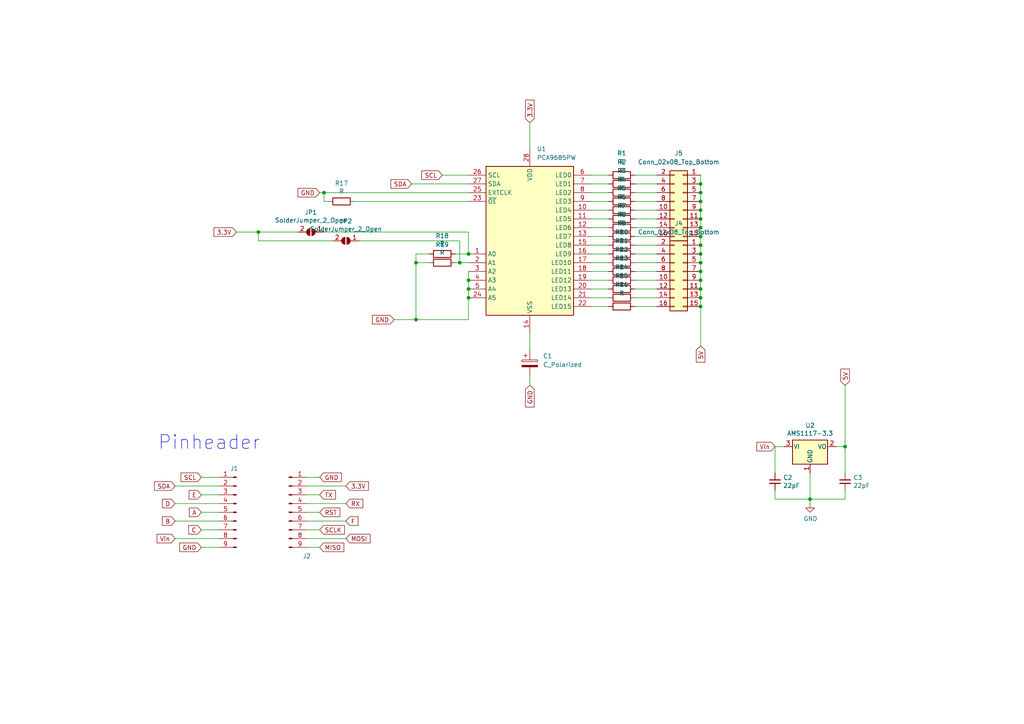
<source format=kicad_sch>
(kicad_sch (version 20211123) (generator eeschema)
  (paper "A4")
  (lib_symbols
    (symbol "Connector:Conn_01x09_Male" (pin_names (offset 1.016) hide)
      (property "Reference" "J" (at 0 12.7 0))
      (property "Value" "Conn_01x09_Male" (at 0 -12.7 0))
      (symbol "Conn_01x09_Male_1_1"
        (polyline (pts (xy 1.27 -10.16) (xy 0.8636 -10.16)) (stroke (width 0.1524)))
        (polyline (pts (xy 1.27 -7.62) (xy 0.8636 -7.62)) (stroke (width 0.1524)))
        (polyline (pts (xy 1.27 -5.08) (xy 0.8636 -5.08)) (stroke (width 0.1524)))
        (polyline (pts (xy 1.27 -2.54) (xy 0.8636 -2.54)) (stroke (width 0.1524)))
        (polyline (pts (xy 1.27 0) (xy 0.8636 0)) (stroke (width 0.1524)))
        (polyline (pts (xy 1.27 2.54) (xy 0.8636 2.54)) (stroke (width 0.1524)))
        (polyline (pts (xy 1.27 5.08) (xy 0.8636 5.08)) (stroke (width 0.1524)))
        (polyline (pts (xy 1.27 7.62) (xy 0.8636 7.62)) (stroke (width 0.1524)))
        (polyline (pts (xy 1.27 10.16) (xy 0.8636 10.16)) (stroke (width 0.1524)))
        (rectangle (start 0.8636 -10.033) (end 0 -10.287) (stroke (width 0.1524)) (fill (type outline)))
        (rectangle (start 0.8636 -7.493) (end 0 -7.747) (stroke (width 0.1524)) (fill (type outline)))
        (rectangle (start 0.8636 -4.953) (end 0 -5.207) (stroke (width 0.1524)) (fill (type outline)))
        (rectangle (start 0.8636 -2.413) (end 0 -2.667) (stroke (width 0.1524)) (fill (type outline)))
        (rectangle (start 0.8636 0.127) (end 0 -0.127) (stroke (width 0.1524)) (fill (type outline)))
        (rectangle (start 0.8636 2.667) (end 0 2.413) (stroke (width 0.1524)) (fill (type outline)))
        (rectangle (start 0.8636 5.207) (end 0 4.953) (stroke (width 0.1524)) (fill (type outline)))
        (rectangle (start 0.8636 7.747) (end 0 7.493) (stroke (width 0.1524)) (fill (type outline)))
        (rectangle (start 0.8636 10.287) (end 0 10.033) (stroke (width 0.1524)) (fill (type outline)))
        (pin passive line (at 5.08 10.16 180) (length 3.81) (name "Pin_1") (number "1"))
        (pin passive line (at 5.08 7.62 180) (length 3.81) (name "Pin_2") (number "2"))
        (pin passive line (at 5.08 5.08 180) (length 3.81) (name "Pin_3") (number "3"))
        (pin passive line (at 5.08 2.54 180) (length 3.81) (name "Pin_4") (number "4"))
        (pin passive line (at 5.08 0 180) (length 3.81) (name "Pin_5") (number "5"))
        (pin passive line (at 5.08 -2.54 180) (length 3.81) (name "Pin_6") (number "6"))
        (pin passive line (at 5.08 -5.08 180) (length 3.81) (name "Pin_7") (number "7"))
        (pin passive line (at 5.08 -7.62 180) (length 3.81) (name "Pin_8") (number "8"))
        (pin passive line (at 5.08 -10.16 180) (length 3.81) (name "Pin_9") (number "9"))
      )
    )
    (symbol "Connector_Generic:Conn_02x08_Odd_Even" (pin_names (offset 1.016) hide)
      (property "Reference" "J" (at 1.27 10.16 0))
      (property "Value" "Conn_02x08_Odd_Even" (at 1.27 -12.7 0))
      (symbol "Conn_02x08_Odd_Even_1_1"
        (rectangle (start -1.27 -10.033) (end 0 -10.287) (stroke (width 0.1524)))
        (rectangle (start -1.27 -7.493) (end 0 -7.747) (stroke (width 0.1524)))
        (rectangle (start -1.27 -4.953) (end 0 -5.207) (stroke (width 0.1524)))
        (rectangle (start -1.27 -2.413) (end 0 -2.667) (stroke (width 0.1524)))
        (rectangle (start -1.27 0.127) (end 0 -0.127) (stroke (width 0.1524)))
        (rectangle (start -1.27 2.667) (end 0 2.413) (stroke (width 0.1524)))
        (rectangle (start -1.27 5.207) (end 0 4.953) (stroke (width 0.1524)))
        (rectangle (start -1.27 7.747) (end 0 7.493) (stroke (width 0.1524)))
        (rectangle (start -1.27 8.89) (end 3.81 -11.43) (stroke (width 0.254)) (fill (type background)))
        (rectangle (start 3.81 -10.033) (end 2.54 -10.287) (stroke (width 0.1524)))
        (rectangle (start 3.81 -7.493) (end 2.54 -7.747) (stroke (width 0.1524)))
        (rectangle (start 3.81 -4.953) (end 2.54 -5.207) (stroke (width 0.1524)))
        (rectangle (start 3.81 -2.413) (end 2.54 -2.667) (stroke (width 0.1524)))
        (rectangle (start 3.81 0.127) (end 2.54 -0.127) (stroke (width 0.1524)))
        (rectangle (start 3.81 2.667) (end 2.54 2.413) (stroke (width 0.1524)))
        (rectangle (start 3.81 5.207) (end 2.54 4.953) (stroke (width 0.1524)))
        (rectangle (start 3.81 7.747) (end 2.54 7.493) (stroke (width 0.1524)))
        (pin passive line (at -5.08 7.62 0) (length 3.81) (name "Pin_1") (number "1"))
        (pin passive line (at 7.62 -2.54 180) (length 3.81) (name "Pin_10") (number "10"))
        (pin passive line (at -5.08 -5.08 0) (length 3.81) (name "Pin_11") (number "11"))
        (pin passive line (at 7.62 -5.08 180) (length 3.81) (name "Pin_12") (number "12"))
        (pin passive line (at -5.08 -7.62 0) (length 3.81) (name "Pin_13") (number "13"))
        (pin passive line (at 7.62 -7.62 180) (length 3.81) (name "Pin_14") (number "14"))
        (pin passive line (at -5.08 -10.16 0) (length 3.81) (name "Pin_15") (number "15"))
        (pin passive line (at 7.62 -10.16 180) (length 3.81) (name "Pin_16") (number "16"))
        (pin passive line (at 7.62 7.62 180) (length 3.81) (name "Pin_2") (number "2"))
        (pin passive line (at -5.08 5.08 0) (length 3.81) (name "Pin_3") (number "3"))
        (pin passive line (at 7.62 5.08 180) (length 3.81) (name "Pin_4") (number "4"))
        (pin passive line (at -5.08 2.54 0) (length 3.81) (name "Pin_5") (number "5"))
        (pin passive line (at 7.62 2.54 180) (length 3.81) (name "Pin_6") (number "6"))
        (pin passive line (at -5.08 0 0) (length 3.81) (name "Pin_7") (number "7"))
        (pin passive line (at 7.62 0 180) (length 3.81) (name "Pin_8") (number "8"))
        (pin passive line (at -5.08 -2.54 0) (length 3.81) (name "Pin_9") (number "9"))
      )
    )
    (symbol "Device:C_Polarized" (pin_numbers hide) (pin_names (offset 0.254))
      (property "Reference" "C" (at 0.635 2.54 0))
      (property "Value" "C_Polarized" (at 0.635 -2.54 0))
      (symbol "C_Polarized_0_1"
        (rectangle (start -2.286 0.508) (end 2.286 1.016))
        (polyline (pts (xy -1.778 2.286) (xy -0.762 2.286)))
        (polyline (pts (xy -1.27 2.794) (xy -1.27 1.778)))
        (rectangle (start 2.286 -0.508) (end -2.286 -1.016) (fill (type outline)))
      )
      (symbol "C_Polarized_1_1"
        (pin passive line (at 0 3.81 270) (length 2.794) (name "~") (number "1"))
        (pin passive line (at 0 -3.81 90) (length 2.794) (name "~") (number "2"))
      )
    )
    (symbol "Device:C_Small" (pin_numbers hide) (pin_names (offset 0.254) hide)
      (property "Reference" "C" (at 0.254 1.778 0))
      (property "Value" "C_Small" (at 0.254 -2.032 0))
      (symbol "C_Small_0_1"
        (polyline (pts (xy -1.524 -0.508) (xy 1.524 -0.508)) (stroke (width 0.3302)))
        (polyline (pts (xy -1.524 0.508) (xy 1.524 0.508)) (stroke (width 0.3048)))
      )
      (symbol "C_Small_1_1"
        (pin passive line (at 0 2.54 270) (length 2.032) (name "~") (number "1"))
        (pin passive line (at 0 -2.54 90) (length 2.032) (name "~") (number "2"))
      )
    )
    (symbol "Device:R" (pin_numbers hide) (pin_names (offset 0))
      (property "Reference" "R" (at 2.032 0 90))
      (property "Value" "R" (at 0 0 90))
      (symbol "R_0_1"
        (rectangle (start -1.016 -2.54) (end 1.016 2.54) (stroke (width 0.254)))
      )
      (symbol "R_1_1"
        (pin passive line (at 0 3.81 270) (length 1.27) (name "~") (number "1"))
        (pin passive line (at 0 -3.81 90) (length 1.27) (name "~") (number "2"))
      )
    )
    (symbol "Driver_LED:PCA9685PW"
      (property "Reference" "U" (at -12.7 22.225 0))
      (property "Value" "PCA9685PW" (at 1.27 22.225 0))
      (symbol "PCA9685PW_0_1"
        (rectangle (start -12.7 20.32) (end 12.7 -22.86) (stroke (width 0.254)) (fill (type background)))
      )
      (symbol "PCA9685PW_1_1"
        (pin input line (at -17.78 -5.08 0) (length 5.08) (name "A0") (number "1"))
        (pin output line (at 17.78 7.62 180) (length 5.08) (name "LED4") (number "10"))
        (pin output line (at 17.78 5.08 180) (length 5.08) (name "LED5") (number "11"))
        (pin output line (at 17.78 2.54 180) (length 5.08) (name "LED6") (number "12"))
        (pin output line (at 17.78 0 180) (length 5.08) (name "LED7") (number "13"))
        (pin power_in line (at 0 -27.94 90) (length 5.08) (name "VSS") (number "14"))
        (pin output line (at 17.78 -2.54 180) (length 5.08) (name "LED8") (number "15"))
        (pin output line (at 17.78 -5.08 180) (length 5.08) (name "LED9") (number "16"))
        (pin output line (at 17.78 -7.62 180) (length 5.08) (name "LED10") (number "17"))
        (pin output line (at 17.78 -10.16 180) (length 5.08) (name "LED11") (number "18"))
        (pin output line (at 17.78 -12.7 180) (length 5.08) (name "LED12") (number "19"))
        (pin input line (at -17.78 -7.62 0) (length 5.08) (name "A1") (number "2"))
        (pin output line (at 17.78 -15.24 180) (length 5.08) (name "LED13") (number "20"))
        (pin output line (at 17.78 -17.78 180) (length 5.08) (name "LED14") (number "21"))
        (pin output line (at 17.78 -20.32 180) (length 5.08) (name "LED15") (number "22"))
        (pin input line (at -17.78 10.16 0) (length 5.08) (name "~{OE}") (number "23"))
        (pin input line (at -17.78 -17.78 0) (length 5.08) (name "A5") (number "24"))
        (pin input line (at -17.78 12.7 0) (length 5.08) (name "EXTCLK") (number "25"))
        (pin input line (at -17.78 17.78 0) (length 5.08) (name "SCL") (number "26"))
        (pin bidirectional line (at -17.78 15.24 0) (length 5.08) (name "SDA") (number "27"))
        (pin power_in line (at 0 25.4 270) (length 5.08) (name "VDD") (number "28"))
        (pin input line (at -17.78 -10.16 0) (length 5.08) (name "A2") (number "3"))
        (pin input line (at -17.78 -12.7 0) (length 5.08) (name "A3") (number "4"))
        (pin input line (at -17.78 -15.24 0) (length 5.08) (name "A4") (number "5"))
        (pin output line (at 17.78 17.78 180) (length 5.08) (name "LED0") (number "6"))
        (pin output line (at 17.78 15.24 180) (length 5.08) (name "LED1") (number "7"))
        (pin output line (at 17.78 12.7 180) (length 5.08) (name "LED2") (number "8"))
        (pin output line (at 17.78 10.16 180) (length 5.08) (name "LED3") (number "9"))
      )
    )
    (symbol "Jumper:SolderJumper_2_Open" (pin_names (offset 0) hide)
      (property "Reference" "JP" (at 0 2.032 0))
      (property "Value" "SolderJumper_2_Open" (at 0 -2.54 0))
      (symbol "SolderJumper_2_Open_0_1"
        (arc (start -0.254 1.016) (mid -1.27 0) (end -0.254 -1.016))
        (arc (start -0.254 1.016) (mid -1.27 0) (end -0.254 -1.016) (fill (type outline)))
        (polyline (pts (xy -0.254 1.016) (xy -0.254 -1.016)))
        (polyline (pts (xy 0.254 1.016) (xy 0.254 -1.016)))
        (arc (start 0.254 -1.016) (mid 1.27 0) (end 0.254 1.016))
        (arc (start 0.254 -1.016) (mid 1.27 0) (end 0.254 1.016) (fill (type outline)))
      )
      (symbol "SolderJumper_2_Open_1_1"
        (pin passive line (at -3.81 0 0) (length 2.54) (name "A") (number "1"))
        (pin passive line (at 3.81 0 180) (length 2.54) (name "B") (number "2"))
      )
    )
    (symbol "Regulator_Linear:AMS1117-3.3" (pin_names (offset 0.254))
      (property "Reference" "U" (at -3.81 3.175 0))
      (property "Value" "AMS1117-3.3" (at 0 3.175 0))
      (symbol "AMS1117-3.3_0_1"
        (rectangle (start -5.08 -5.08) (end 5.08 1.905) (stroke (width 0.254)) (fill (type background)))
      )
      (symbol "AMS1117-3.3_1_1"
        (pin power_in line (at 0 -7.62 90) (length 2.54) (name "GND") (number "1"))
        (pin power_out line (at 7.62 0 180) (length 2.54) (name "VO") (number "2"))
        (pin power_in line (at -7.62 0 0) (length 2.54) (name "VI") (number "3"))
      )
    )
    (symbol "power:GND" (power) (pin_names (offset 0))
      (property "Value" "GND" (at 0 -3.81 0))
      (symbol "GND_0_1"
        (polyline (pts (xy 0 0) (xy 0 -1.27) (xy 1.27 -1.27) (xy 0 -2.54) (xy -1.27 -1.27) (xy 0 -1.27)))
      )
      (symbol "GND_1_1"
        (pin power_in line (at 0 0 270) (length 0) hide (name "GND") (number "1"))
      )
    )
  )
  (junction (at 135.89 73.66))
  (junction (at 120.65 92.71))
  (junction (at 203.2 53.34))
  (junction (at 135.89 81.28))
  (junction (at 74.93 67.31))
  (junction (at 203.2 58.42))
  (junction (at 203.2 63.5))
  (junction (at 203.2 86.36))
  (junction (at 203.2 68.58))
  (junction (at 203.2 81.28))
  (junction (at 120.65 76.2))
  (junction (at 203.2 76.2))
  (junction (at 203.2 55.88))
  (junction (at 93.98 55.88))
  (junction (at 203.2 73.66))
  (junction (at 203.2 88.9))
  (junction (at 135.89 86.36))
  (junction (at 203.2 66.04))
  (junction (at 203.2 83.82))
  (junction (at 234.95 144.78))
  (junction (at 203.2 60.96))
  (junction (at 203.2 71.12))
  (junction (at 135.89 83.82))
  (junction (at 245.11 129.54))
  (junction (at 203.2 78.74))
  (junction (at 133.35 76.2))
  (wire (pts (xy 184.15 53.34) (xy 190.5 53.34)))
  (wire (pts (xy 184.15 55.88) (xy 190.5 55.88)))
  (wire (pts (xy 171.45 58.42) (xy 176.53 58.42)))
  (wire (pts (xy 184.15 81.28) (xy 190.5 81.28)))
  (wire (pts (xy 171.45 68.58) (xy 176.53 68.58)))
  (wire (pts (xy 88.9 151.13) (xy 100.33 151.13)))
  (wire (pts (xy 234.95 144.78) (xy 234.95 146.05)))
  (wire (pts (xy 119.38 53.34) (xy 135.89 53.34)))
  (wire (pts (xy 88.9 140.97) (xy 100.33 140.97)))
  (wire (pts (xy 245.11 129.54) (xy 245.11 137.16)))
  (wire (pts (xy 224.79 142.24) (xy 224.79 144.78)))
  (wire (pts (xy 88.9 143.51) (xy 92.71 143.51)))
  (wire (pts (xy 58.42 158.75) (xy 63.5 158.75)))
  (wire (pts (xy 184.15 88.9) (xy 190.5 88.9)))
  (wire (pts (xy 203.2 71.12) (xy 203.2 73.66)))
  (wire (pts (xy 50.8 151.13) (xy 63.5 151.13)))
  (wire (pts (xy 203.2 78.74) (xy 203.2 81.28)))
  (wire (pts (xy 135.89 86.36) (xy 135.89 92.71)))
  (wire (pts (xy 203.2 55.88) (xy 203.2 58.42)))
  (wire (pts (xy 88.9 148.59) (xy 92.71 148.59)))
  (wire (pts (xy 203.2 50.8) (xy 203.2 53.34)))
  (wire (pts (xy 171.45 60.96) (xy 176.53 60.96)))
  (wire (pts (xy 135.89 78.74) (xy 135.89 81.28)))
  (wire (pts (xy 184.15 68.58) (xy 190.5 68.58)))
  (wire (pts (xy 120.65 73.66) (xy 120.65 76.2)))
  (wire (pts (xy 153.67 35.56) (xy 153.67 43.18)))
  (wire (pts (xy 96.52 69.85) (xy 74.93 69.85)))
  (wire (pts (xy 171.45 50.8) (xy 176.53 50.8)))
  (wire (pts (xy 184.15 63.5) (xy 190.5 63.5)))
  (wire (pts (xy 203.2 53.34) (xy 203.2 55.88)))
  (wire (pts (xy 184.15 66.04) (xy 190.5 66.04)))
  (wire (pts (xy 128.27 50.8) (xy 135.89 50.8)))
  (wire (pts (xy 135.89 83.82) (xy 135.89 86.36)))
  (wire (pts (xy 203.2 58.42) (xy 203.2 60.96)))
  (wire (pts (xy 88.9 153.67) (xy 92.71 153.67)))
  (wire (pts (xy 120.65 76.2) (xy 124.46 76.2)))
  (wire (pts (xy 120.65 92.71) (xy 135.89 92.71)))
  (wire (pts (xy 242.57 129.54) (xy 245.11 129.54)))
  (wire (pts (xy 245.11 129.54) (xy 245.11 111.76)))
  (wire (pts (xy 171.45 53.34) (xy 176.53 53.34)))
  (wire (pts (xy 88.9 158.75) (xy 92.71 158.75)))
  (wire (pts (xy 50.8 156.21) (xy 63.5 156.21)))
  (wire (pts (xy 203.2 68.58) (xy 203.2 71.12)))
  (wire (pts (xy 184.15 71.12) (xy 190.5 71.12)))
  (wire (pts (xy 93.98 55.88) (xy 135.89 55.88)))
  (wire (pts (xy 50.8 140.97) (xy 63.5 140.97)))
  (wire (pts (xy 184.15 50.8) (xy 190.5 50.8)))
  (wire (pts (xy 203.2 60.96) (xy 203.2 63.5)))
  (wire (pts (xy 74.93 67.31) (xy 86.36 67.31)))
  (wire (pts (xy 203.2 86.36) (xy 203.2 88.9)))
  (wire (pts (xy 120.65 76.2) (xy 120.65 92.71)))
  (wire (pts (xy 184.15 83.82) (xy 190.5 83.82)))
  (wire (pts (xy 171.45 73.66) (xy 176.53 73.66)))
  (wire (pts (xy 203.2 81.28) (xy 203.2 83.82)))
  (wire (pts (xy 171.45 86.36) (xy 176.53 86.36)))
  (wire (pts (xy 171.45 55.88) (xy 176.53 55.88)))
  (wire (pts (xy 171.45 88.9) (xy 176.53 88.9)))
  (wire (pts (xy 203.2 66.04) (xy 203.2 68.58)))
  (wire (pts (xy 135.89 81.28) (xy 135.89 83.82)))
  (wire (pts (xy 234.95 137.16) (xy 234.95 144.78)))
  (wire (pts (xy 171.45 76.2) (xy 176.53 76.2)))
  (wire (pts (xy 88.9 138.43) (xy 92.71 138.43)))
  (wire (pts (xy 171.45 63.5) (xy 176.53 63.5)))
  (wire (pts (xy 120.65 73.66) (xy 124.46 73.66)))
  (wire (pts (xy 58.42 138.43) (xy 63.5 138.43)))
  (wire (pts (xy 93.98 67.31) (xy 135.89 67.31)))
  (wire (pts (xy 58.42 143.51) (xy 63.5 143.51)))
  (wire (pts (xy 245.11 144.78) (xy 245.11 142.24)))
  (wire (pts (xy 58.42 153.67) (xy 63.5 153.67)))
  (wire (pts (xy 74.93 69.85) (xy 74.93 67.31)))
  (wire (pts (xy 171.45 83.82) (xy 176.53 83.82)))
  (wire (pts (xy 224.79 129.54) (xy 227.33 129.54)))
  (wire (pts (xy 92.71 55.88) (xy 93.98 55.88)))
  (wire (pts (xy 184.15 73.66) (xy 190.5 73.66)))
  (wire (pts (xy 88.9 156.21) (xy 100.33 156.21)))
  (wire (pts (xy 132.08 76.2) (xy 133.35 76.2)))
  (wire (pts (xy 184.15 58.42) (xy 190.5 58.42)))
  (wire (pts (xy 135.89 73.66) (xy 135.89 67.31)))
  (wire (pts (xy 133.35 76.2) (xy 135.89 76.2)))
  (wire (pts (xy 184.15 60.96) (xy 190.5 60.96)))
  (wire (pts (xy 203.2 73.66) (xy 203.2 76.2)))
  (wire (pts (xy 224.79 137.16) (xy 224.79 129.54)))
  (wire (pts (xy 133.35 76.2) (xy 133.35 69.85)))
  (wire (pts (xy 50.8 146.05) (xy 63.5 146.05)))
  (wire (pts (xy 102.87 58.42) (xy 135.89 58.42)))
  (wire (pts (xy 104.14 69.85) (xy 133.35 69.85)))
  (wire (pts (xy 203.2 76.2) (xy 203.2 78.74)))
  (wire (pts (xy 171.45 66.04) (xy 176.53 66.04)))
  (wire (pts (xy 171.45 78.74) (xy 176.53 78.74)))
  (wire (pts (xy 184.15 76.2) (xy 190.5 76.2)))
  (wire (pts (xy 68.58 67.31) (xy 74.93 67.31)))
  (wire (pts (xy 234.95 144.78) (xy 245.11 144.78)))
  (wire (pts (xy 153.67 96.52) (xy 153.67 101.6)))
  (wire (pts (xy 114.3 92.71) (xy 120.65 92.71)))
  (wire (pts (xy 224.79 144.78) (xy 234.95 144.78)))
  (wire (pts (xy 95.25 58.42) (xy 93.98 58.42)))
  (wire (pts (xy 171.45 81.28) (xy 176.53 81.28)))
  (wire (pts (xy 184.15 86.36) (xy 190.5 86.36)))
  (wire (pts (xy 171.45 71.12) (xy 176.53 71.12)))
  (wire (pts (xy 203.2 83.82) (xy 203.2 86.36)))
  (wire (pts (xy 184.15 78.74) (xy 190.5 78.74)))
  (wire (pts (xy 58.42 148.59) (xy 63.5 148.59)))
  (wire (pts (xy 203.2 88.9) (xy 203.2 100.33)))
  (wire (pts (xy 132.08 73.66) (xy 135.89 73.66)))
  (wire (pts (xy 153.67 109.22) (xy 153.67 111.76)))
  (wire (pts (xy 93.98 58.42) (xy 93.98 55.88)))
  (wire (pts (xy 88.9 146.05) (xy 100.33 146.05)))
  (wire (pts (xy 203.2 63.5) (xy 203.2 66.04)))
  (text "Pinheader" (at 45.72 130.81 0) (effects (font (size 4 4)) (justify left bottom)))
  (global_label "GND" (shape input) (at 153.67 111.76 270) (property "Intersheet References" "${INTERSHEET_REFS}" (effects hide)))
  (global_label "D" (shape input) (at 50.8 146.05 180) (property "Intersheet References" "${INTERSHEET_REFS}" (effects hide)))
  (global_label "SCL" (shape input) (at 128.27 50.8 180) (property "Intersheet References" "${INTERSHEET_REFS}" (effects hide)))
  (global_label "RST" (shape input) (at 92.71 148.59 0) (property "Intersheet References" "${INTERSHEET_REFS}" (effects hide)))
  (global_label "3.3V" (shape input) (at 153.67 35.56 90) (property "Intersheet References" "${INTERSHEET_REFS}" (effects hide)))
  (global_label "5V" (shape input) (at 203.2 100.33 270) (property "Intersheet References" "${INTERSHEET_REFS}" (effects hide)))
  (global_label "SCLK" (shape input) (at 92.71 153.67 0) (property "Intersheet References" "${INTERSHEET_REFS}" (effects hide)))
  (global_label "A" (shape input) (at 58.42 148.59 180) (property "Intersheet References" "${INTERSHEET_REFS}" (effects hide)))
  (global_label "E" (shape input) (at 58.42 143.51 180) (property "Intersheet References" "${INTERSHEET_REFS}" (effects hide)))
  (global_label "3.3V" (shape input) (at 68.58 67.31 180) (property "Intersheet References" "${INTERSHEET_REFS}" (effects hide)))
  (global_label "5V" (shape input) (at 245.11 111.76 90) (property "Intersheet References" "${INTERSHEET_REFS}" (effects hide)))
  (global_label "GND" (shape input) (at 114.3 92.71 180) (property "Intersheet References" "${INTERSHEET_REFS}" (effects hide)))
  (global_label "GND" (shape input) (at 92.71 55.88 180) (property "Intersheet References" "${INTERSHEET_REFS}" (effects hide)))
  (global_label "B" (shape input) (at 50.8 151.13 180) (property "Intersheet References" "${INTERSHEET_REFS}" (effects hide)))
  (global_label "MISO" (shape input) (at 92.71 158.75 0) (property "Intersheet References" "${INTERSHEET_REFS}" (effects hide)))
  (global_label "SDA" (shape input) (at 119.38 53.34 180) (property "Intersheet References" "${INTERSHEET_REFS}" (effects hide)))
  (global_label "C" (shape input) (at 58.42 153.67 180) (property "Intersheet References" "${INTERSHEET_REFS}" (effects hide)))
  (global_label "SCL" (shape input) (at 58.42 138.43 180) (property "Intersheet References" "${INTERSHEET_REFS}" (effects hide)))
  (global_label "GND" (shape input) (at 58.42 158.75 180) (property "Intersheet References" "${INTERSHEET_REFS}" (effects hide)))
  (global_label "F" (shape input) (at 100.33 151.13 0) (property "Intersheet References" "${INTERSHEET_REFS}" (effects hide)))
  (global_label "TX" (shape input) (at 92.71 143.51 0) (property "Intersheet References" "${INTERSHEET_REFS}" (effects hide)))
  (global_label "3.3V" (shape input) (at 100.33 140.97 0) (property "Intersheet References" "${INTERSHEET_REFS}" (effects hide)))
  (global_label "Vin" (shape input) (at 224.79 129.54 180) (property "Intersheet References" "${INTERSHEET_REFS}" (effects hide)))
  (global_label "GND" (shape input) (at 92.71 138.43 0) (property "Intersheet References" "${INTERSHEET_REFS}" (effects hide)))
  (global_label "Vin" (shape input) (at 50.8 156.21 180) (property "Intersheet References" "${INTERSHEET_REFS}" (effects hide)))
  (global_label "MOSI" (shape input) (at 100.33 156.21 0) (property "Intersheet References" "${INTERSHEET_REFS}" (effects hide)))
  (global_label "SDA" (shape input) (at 50.8 140.97 180) (property "Intersheet References" "${INTERSHEET_REFS}" (effects hide)))
  (global_label "RX" (shape input) (at 100.33 146.05 0) (property "Intersheet References" "${INTERSHEET_REFS}" (effects hide)))
  (symbol (lib_id "Device:R") (at 180.34 83.82 90) (unit 1)
    (property "Reference" "R14" (at 180.34 77.47 90))
    (property "Value" "R" (at 180.34 80.01 90))
    (property "Footprint" "Resistor_SMD:R_1206_3216Metric_Pad1.30x1.75mm_HandSolder" (effects hide))
  )
  (symbol (lib_id "Device:R") (at 180.34 60.96 90) (unit 1)
    (property "Reference" "R5" (at 180.34 54.61 90))
    (property "Value" "R" (at 180.34 57.15 90))
    (property "Footprint" "Resistor_SMD:R_1206_3216Metric_Pad1.30x1.75mm_HandSolder" (effects hide))
  )
  (symbol (lib_id "Device:C_Small") (at 224.79 139.7 0) (unit 1)
    (property "Reference" "C2" (at 227.1268 138.5316 0) (effects (justify left)))
    (property "Value" "22pF" (at 227.1268 140.843 0) (effects (justify left)))
    (property "Footprint" "Capacitor_SMD:C_1206_3216Metric_Pad1.33x1.80mm_HandSolder" (effects hide))
  )
  (symbol (lib_id "Device:R") (at 180.34 78.74 90) (unit 1)
    (property "Reference" "R12" (at 180.34 72.39 90))
    (property "Value" "R" (at 180.34 74.93 90))
    (property "Footprint" "Resistor_SMD:R_1206_3216Metric_Pad1.30x1.75mm_HandSolder" (effects hide))
  )
  (symbol (lib_id "Device:R") (at 99.06 58.42 270) (unit 1)
    (property "Reference" "R17" (at 99.06 53.1622 90))
    (property "Value" "R" (at 99.06 55.4736 90))
    (property "Footprint" "Resistor_SMD:R_1206_3216Metric_Pad1.30x1.75mm_HandSolder" (effects hide))
  )
  (symbol (lib_id "Device:R") (at 180.34 50.8 90) (unit 1)
    (property "Reference" "R1" (at 180.34 44.45 90))
    (property "Value" "R" (at 180.34 46.99 90))
    (property "Footprint" "Resistor_SMD:R_1206_3216Metric_Pad1.30x1.75mm_HandSolder" (effects hide))
  )
  (symbol (lib_id "Device:R") (at 180.34 73.66 90) (unit 1)
    (property "Reference" "R10" (at 180.34 67.31 90))
    (property "Value" "R" (at 180.34 69.85 90))
    (property "Footprint" "Resistor_SMD:R_1206_3216Metric_Pad1.30x1.75mm_HandSolder" (effects hide))
  )
  (symbol (lib_id "Device:R") (at 180.34 76.2 90) (unit 1)
    (property "Reference" "R11" (at 180.34 69.85 90))
    (property "Value" "R" (at 180.34 72.39 90))
    (property "Footprint" "Resistor_SMD:R_1206_3216Metric_Pad1.30x1.75mm_HandSolder" (effects hide))
  )
  (symbol (lib_id "Device:R") (at 180.34 88.9 90) (unit 1)
    (property "Reference" "R16" (at 180.34 82.55 90))
    (property "Value" "R" (at 180.34 85.09 90))
    (property "Footprint" "Resistor_SMD:R_1206_3216Metric_Pad1.30x1.75mm_HandSolder" (effects hide))
  )
  (symbol (lib_id "Connector:Conn_01x09_Male") (at 68.58 148.59 0) (mirror y) (unit 1)
    (property "Reference" "J1" (at 67.945 135.89 0))
    (property "Value" "Conn_01x08_Male" (effects hide))
    (property "Footprint" "Connector_PinHeader_2.54mm:PinHeader_1x09_P2.54mm_Vertical" (effects hide))
  )
  (symbol (lib_id "Device:R") (at 180.34 81.28 90) (unit 1)
    (property "Reference" "R13" (at 180.34 74.93 90))
    (property "Value" "R" (at 180.34 77.47 90))
    (property "Footprint" "Resistor_SMD:R_1206_3216Metric_Pad1.30x1.75mm_HandSolder" (effects hide))
  )
  (symbol (lib_id "Connector_Generic:Conn_02x08_Odd_Even") (at 198.12 78.74 0) (mirror y) (unit 1)
    (property "Reference" "J4" (at 196.85 64.77 0))
    (property "Value" "Conn_02x08_Top_Bottom" (at 196.85 67.31 0))
    (property "Footprint" "Connector_PinHeader_2.54mm:PinHeader_2x08_P2.54mm_Horizontal" (effects hide))
  )
  (symbol (lib_id "Connector:Conn_01x09_Male") (at 83.82 148.59 0) (unit 1)
    (property "Reference" "J2" (at 90.17 161.29 0) (effects (justify right)))
    (property "Value" "Conn_01x08_Male" (effects hide))
    (property "Footprint" "Connector_PinHeader_2.54mm:PinHeader_1x09_P2.54mm_Vertical" (effects hide))
  )
  (symbol (lib_id "Device:R") (at 180.34 66.04 90) (unit 1)
    (property "Reference" "R7" (at 180.34 59.69 90))
    (property "Value" "R" (at 180.34 62.23 90))
    (property "Footprint" "Resistor_SMD:R_1206_3216Metric_Pad1.30x1.75mm_HandSolder" (effects hide))
  )
  (symbol (lib_id "Device:R") (at 180.34 86.36 90) (unit 1)
    (property "Reference" "R15" (at 180.34 80.01 90))
    (property "Value" "R" (at 180.34 82.55 90))
    (property "Footprint" "Resistor_SMD:R_1206_3216Metric_Pad1.30x1.75mm_HandSolder" (effects hide))
  )
  (symbol (lib_id "Device:C_Small") (at 245.11 139.7 0) (unit 1)
    (property "Reference" "C3" (at 247.4468 138.5316 0) (effects (justify left)))
    (property "Value" "22pF" (at 247.4468 140.843 0) (effects (justify left)))
    (property "Footprint" "Capacitor_SMD:C_1206_3216Metric_Pad1.33x1.80mm_HandSolder" (effects hide))
  )
  (symbol (lib_id "Device:R") (at 180.34 63.5 90) (unit 1)
    (property "Reference" "R6" (at 180.34 57.15 90))
    (property "Value" "R" (at 180.34 59.69 90))
    (property "Footprint" "Resistor_SMD:R_1206_3216Metric_Pad1.30x1.75mm_HandSolder" (effects hide))
  )
  (symbol (lib_id "Driver_LED:PCA9685PW") (at 153.67 68.58 0) (unit 1)
    (property "Reference" "U1" (at 155.6894 43.18 0) (effects (justify left)))
    (property "Value" "PCA9685PW" (at 155.6894 45.72 0) (effects (justify left)))
    (property "Footprint" "Package_SO:TSSOP-28_4.4x9.7mm_P0.65mm" (effects hide))
    (property "Datasheet" "http://www.nxp.com/documents/data_sheet/PCA9685.pdf" (effects hide))
  )
  (symbol (lib_id "Device:R") (at 180.34 58.42 90) (unit 1)
    (property "Reference" "R4" (at 180.34 52.07 90))
    (property "Value" "R" (at 180.34 54.61 90))
    (property "Footprint" "Resistor_SMD:R_1206_3216Metric_Pad1.30x1.75mm_HandSolder" (effects hide))
  )
  (symbol (lib_id "Connector_Generic:Conn_02x08_Odd_Even") (at 198.12 58.42 0) (mirror y) (unit 1)
    (property "Reference" "J5" (at 196.85 44.45 0))
    (property "Value" "Conn_02x08_Top_Bottom" (at 196.85 46.99 0))
    (property "Footprint" "Connector_PinHeader_2.54mm:PinHeader_2x08_P2.54mm_Horizontal" (effects hide))
  )
  (symbol (lib_id "Device:R") (at 180.34 53.34 90) (unit 1)
    (property "Reference" "R2" (at 180.34 46.99 90))
    (property "Value" "R" (at 180.34 49.53 90))
    (property "Footprint" "Resistor_SMD:R_1206_3216Metric_Pad1.30x1.75mm_HandSolder" (effects hide))
  )
  (symbol (lib_id "Regulator_Linear:AMS1117-3.3") (at 234.95 129.54 0) (unit 1)
    (property "Reference" "U2" (at 234.95 123.3932 0))
    (property "Value" "AMS1117-3.3" (at 234.95 125.7046 0))
    (property "Footprint" "Package_TO_SOT_SMD:SOT-223-3_TabPin2" (effects hide))
    (property "Datasheet" "http://www.advanced-monolithic.com/pdf/ds1117.pdf" (effects hide))
  )
  (symbol (lib_id "Device:R") (at 128.27 76.2 270) (unit 1)
    (property "Reference" "R19" (at 128.27 70.9422 90))
    (property "Value" "R" (at 128.27 73.2536 90))
    (property "Footprint" "Resistor_SMD:R_1206_3216Metric_Pad1.30x1.75mm_HandSolder" (effects hide))
  )
  (symbol (lib_id "Jumper:SolderJumper_2_Open") (at 90.17 67.31 180) (unit 1)
    (property "Reference" "JP1" (at 90.17 61.595 0))
    (property "Value" "SolderJumper_2_Open" (at 90.17 63.9064 0))
    (property "Footprint" "Jumper:SolderJumper-2_P1.3mm_Open_RoundedPad1.0x1.5mm" (effects hide))
  )
  (symbol (lib_id "Device:C_Polarized") (at 153.67 105.41 0) (unit 1)
    (property "Reference" "C1" (at 157.48 103.2509 0) (effects (justify left)))
    (property "Value" "C_Polarized" (at 157.48 105.7909 0) (effects (justify left)))
    (property "Footprint" "Capacitor_THT:CP_Radial_D8.0mm_P3.80mm" (effects hide))
  )
  (symbol (lib_id "Jumper:SolderJumper_2_Open") (at 100.33 69.85 180) (unit 1)
    (property "Reference" "JP2" (at 100.33 64.135 0))
    (property "Value" "SolderJumper_2_Open" (at 100.33 66.4464 0))
    (property "Footprint" "Jumper:SolderJumper-2_P1.3mm_Open_RoundedPad1.0x1.5mm" (effects hide))
  )
  (symbol (lib_id "Device:R") (at 180.34 68.58 90) (unit 1)
    (property "Reference" "R8" (at 180.34 62.23 90))
    (property "Value" "R" (at 180.34 64.77 90))
    (property "Footprint" "Resistor_SMD:R_1206_3216Metric_Pad1.30x1.75mm_HandSolder" (effects hide))
  )
  (symbol (lib_id "power:GND") (at 234.95 146.05 0) (unit 1)
    (property "Reference" "#PWR0101" (effects hide))
    (property "Value" "GND" (at 235.077 150.4442 0))
  )
  (symbol (lib_id "Device:R") (at 180.34 55.88 90) (unit 1)
    (property "Reference" "R3" (at 180.34 49.53 90))
    (property "Value" "R" (at 180.34 52.07 90))
    (property "Footprint" "Resistor_SMD:R_1206_3216Metric_Pad1.30x1.75mm_HandSolder" (effects hide))
  )
  (symbol (lib_id "Device:R") (at 180.34 71.12 90) (unit 1)
    (property "Reference" "R9" (at 180.34 64.77 90))
    (property "Value" "R" (at 180.34 67.31 90))
    (property "Footprint" "Resistor_SMD:R_1206_3216Metric_Pad1.30x1.75mm_HandSolder" (effects hide))
  )
  (symbol (lib_id "Device:R") (at 128.27 73.66 270) (unit 1)
    (property "Reference" "R18" (at 128.27 68.4022 90))
    (property "Value" "R" (at 128.27 70.7136 90))
    (property "Footprint" "Resistor_SMD:R_1206_3216Metric_Pad1.30x1.75mm_HandSolder" (effects hide))
  )
)
</source>
